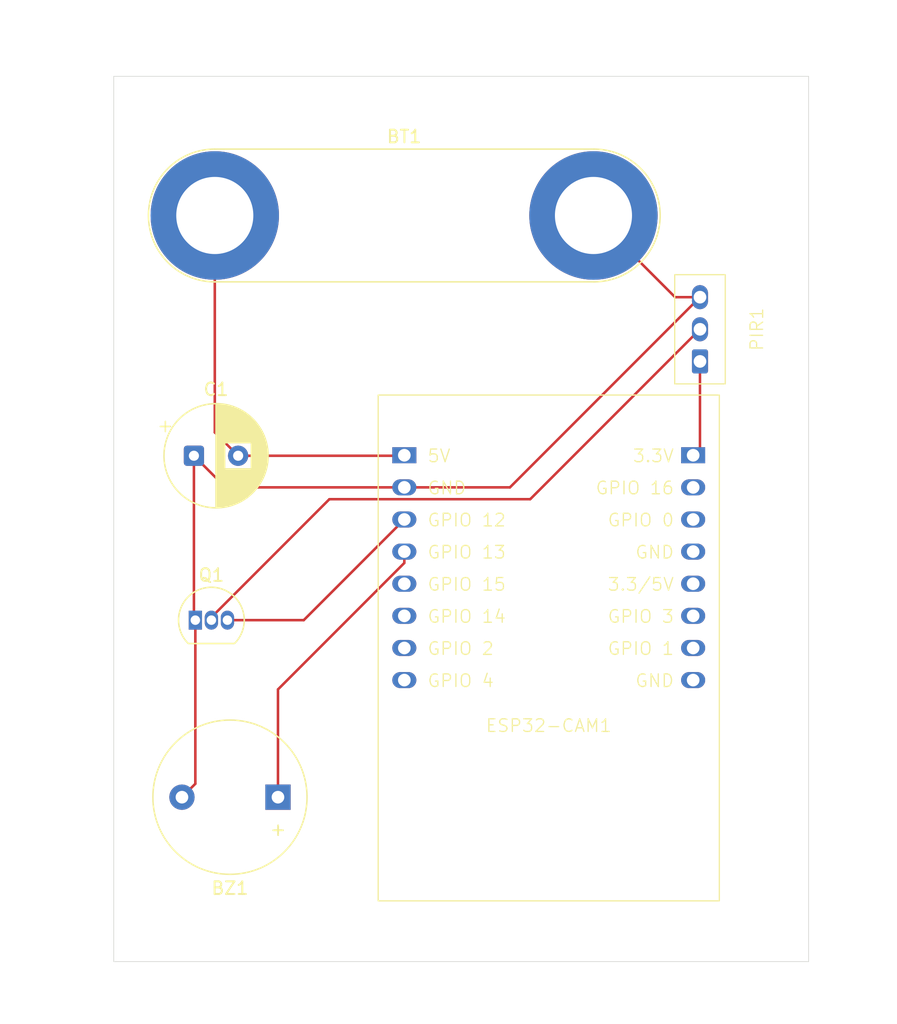
<source format=kicad_pcb>
(kicad_pcb (version 20241229) (generator "pcbnew") (generator_version "9.0")
  (layers (0 "F.Cu" signal) (2 "B.Cu" signal) (13 "F.Paste" user) (15 "B.Paste" user) (5 "F.SilkS" user "F.Silkscreen") (7 "B.SilkS" user "B.Silkscreen") (1 "F.Mask" user) (3 "B.Mask" user) (25 "Edge.Cuts" user))
  (net 0 "")
  (net 1 "GND")
  (net 2 "Net-(BZ1-+)")
  (net 3 "5V")
  (net 4 "Net-(PIR1-OUT)")
  (net 9 "Net-(ESP32-CAM1-GPIO_12)")
  (net 13 "3.3V")
  (footprint "Capacitor_THT:CP_Radial_D8.0mm_P3.50mm" (layer "F.Cu") (at 129.047349 91.7)
    (property "Reference" "C1" (at 1.75 -5.25 0) (layer "F.SilkS"))
    (property "Value" "C")
    (fp_line (start -2.659698 -2.315) (end -1.859698 -2.315) (stroke (width 0.12)) (layer "F.SilkS"))
    (fp_line (start -2.259698 -2.715) (end -2.259698 -1.915) (stroke (width 0.12)) (layer "F.SilkS"))
    (fp_line (start 1.75 -4.08) (end 1.75 4.08) (stroke (width 0.12)) (layer "F.SilkS"))
    (fp_line (start 1.79 -4.08) (end 1.79 4.08) (stroke (width 0.12)) (layer "F.SilkS"))
    (fp_line (start 1.83 -4.079) (end 1.83 4.079) (stroke (width 0.12)) (layer "F.SilkS"))
    (fp_line (start 1.87 -4.078) (end 1.87 4.078) (stroke (width 0.12)) (layer "F.SilkS"))
    (fp_line (start 1.91 -4.077) (end 1.91 4.077) (stroke (width 0.12)) (layer "F.SilkS"))
    (fp_line (start 1.95 -4.075) (end 1.95 4.075) (stroke (width 0.12)) (layer "F.SilkS"))
    (fp_line (start 1.99 -4.073) (end 1.99 4.073) (stroke (width 0.12)) (layer "F.SilkS"))
    (fp_line (start 2.03 -4.07) (end 2.03 4.07) (stroke (width 0.12)) (layer "F.SilkS"))
    (fp_line (start 2.07 -4.068) (end 2.07 4.068) (stroke (width 0.12)) (layer "F.SilkS"))
    (fp_line (start 2.11 -4.064) (end 2.11 4.064) (stroke (width 0.12)) (layer "F.SilkS"))
    (fp_line (start 2.15 -4.061) (end 2.15 4.061) (stroke (width 0.12)) (layer "F.SilkS"))
    (fp_line (start 2.19 -4.056) (end 2.19 4.056) (stroke (width 0.12)) (layer "F.SilkS"))
    (fp_line (start 2.23 -4.052) (end 2.23 4.052) (stroke (width 0.12)) (layer "F.SilkS"))
    (fp_line (start 2.27 -4.047) (end 2.27 4.047) (stroke (width 0.12)) (layer "F.SilkS"))
    (fp_line (start 2.31 -4.042) (end 2.31 4.042) (stroke (width 0.12)) (layer "F.SilkS"))
    (fp_line (start 2.35 -4.036) (end 2.35 4.036) (stroke (width 0.12)) (layer "F.SilkS"))
    (fp_line (start 2.39 -4.03) (end 2.39 4.03) (stroke (width 0.12)) (layer "F.SilkS"))
    (fp_line (start 2.43 -4.023) (end 2.43 4.023) (stroke (width 0.12)) (layer "F.SilkS"))
    (fp_line (start 2.47 -4.017) (end 2.47 -1.04) (stroke (width 0.12)) (layer "F.SilkS"))
    (fp_line (start 2.47 1.04) (end 2.47 4.017) (stroke (width 0.12)) (layer "F.SilkS"))
    (fp_line (start 2.51 -4.009) (end 2.51 -1.04) (stroke (width 0.12)) (layer "F.SilkS"))
    (fp_line (start 2.51 1.04) (end 2.51 4.009) (stroke (width 0.12)) (layer "F.SilkS"))
    (fp_line (start 2.55 -4.002) (end 2.55 -1.04) (stroke (width 0.12)) (layer "F.SilkS"))
    (fp_line (start 2.55 1.04) (end 2.55 4.002) (stroke (width 0.12)) (layer "F.SilkS"))
    (fp_line (start 2.59 -3.993) (end 2.59 -1.04) (stroke (width 0.12)) (layer "F.SilkS"))
    (fp_line (start 2.59 1.04) (end 2.59 3.993) (stroke (width 0.12)) (layer "F.SilkS"))
    (fp_line (start 2.63 -3.985) (end 2.63 -1.04) (stroke (width 0.12)) (layer "F.SilkS"))
    (fp_line (start 2.63 1.04) (end 2.63 3.985) (stroke (width 0.12)) (layer "F.SilkS"))
    (fp_line (start 2.67 -3.976) (end 2.67 -1.04) (stroke (width 0.12)) (layer "F.SilkS"))
    (fp_line (start 2.67 1.04) (end 2.67 3.976) (stroke (width 0.12)) (layer "F.SilkS"))
    (fp_line (start 2.71 -3.967) (end 2.71 -1.04) (stroke (width 0.12)) (layer "F.SilkS"))
    (fp_line (start 2.71 1.04) (end 2.71 3.967) (stroke (width 0.12)) (layer "F.SilkS"))
    (fp_line (start 2.75 -3.957) (end 2.75 -1.04) (stroke (width 0.12)) (layer "F.SilkS"))
    (fp_line (start 2.75 1.04) (end 2.75 3.957) (stroke (width 0.12)) (layer "F.SilkS"))
    (fp_line (start 2.79 -3.947) (end 2.79 -1.04) (stroke (width 0.12)) (layer "F.SilkS"))
    (fp_line (start 2.79 1.04) (end 2.79 3.947) (stroke (width 0.12)) (layer "F.SilkS"))
    (fp_line (start 2.83 -3.936) (end 2.83 -1.04) (stroke (width 0.12)) (layer "F.SilkS"))
    (fp_line (start 2.83 1.04) (end 2.83 3.936) (stroke (width 0.12)) (layer "F.SilkS"))
    (fp_line (start 2.87 -3.925) (end 2.87 -1.04) (stroke (width 0.12)) (layer "F.SilkS"))
    (fp_line (start 2.87 1.04) (end 2.87 3.925) (stroke (width 0.12)) (layer "F.SilkS"))
    (fp_line (start 2.91 -3.913) (end 2.91 -1.04) (stroke (width 0.12)) (layer "F.SilkS"))
    (fp_line (start 2.91 1.04) (end 2.91 3.913) (stroke (width 0.12)) (layer "F.SilkS"))
    (fp_line (start 2.95 -3.901) (end 2.95 -1.04) (stroke (width 0.12)) (layer "F.SilkS"))
    (fp_line (start 2.95 1.04) (end 2.95 3.901) (stroke (width 0.12)) (layer "F.SilkS"))
    (fp_line (start 2.99 -3.889) (end 2.99 -1.04) (stroke (width 0.12)) (layer "F.SilkS"))
    (fp_line (start 2.99 1.04) (end 2.99 3.889) (stroke (width 0.12)) (layer "F.SilkS"))
    (fp_line (start 3.03 -3.876) (end 3.03 -1.04) (stroke (width 0.12)) (layer "F.SilkS"))
    (fp_line (start 3.03 1.04) (end 3.03 3.876) (stroke (width 0.12)) (layer "F.SilkS"))
    (fp_line (start 3.07 -3.863) (end 3.07 -1.04) (stroke (width 0.12)) (layer "F.SilkS"))
    (fp_line (start 3.07 1.04) (end 3.07 3.863) (stroke (width 0.12)) (layer "F.SilkS"))
    (fp_line (start 3.11 -3.849) (end 3.11 -1.04) (stroke (width 0.12)) (layer "F.SilkS"))
    (fp_line (start 3.11 1.04) (end 3.11 3.849) (stroke (width 0.12)) (layer "F.SilkS"))
    (fp_line (start 3.15 -3.835) (end 3.15 -1.04) (stroke (width 0.12)) (layer "F.SilkS"))
    (fp_line (start 3.15 1.04) (end 3.15 3.835) (stroke (width 0.12)) (layer "F.SilkS"))
    (fp_line (start 3.19 -3.82) (end 3.19 -1.04) (stroke (width 0.12)) (layer "F.SilkS"))
    (fp_line (start 3.19 1.04) (end 3.19 3.82) (stroke (width 0.12)) (layer "F.SilkS"))
    (fp_line (start 3.23 -3.805) (end 3.23 -1.04) (stroke (width 0.12)) (layer "F.SilkS"))
    (fp_line (start 3.23 1.04) (end 3.23 3.805) (stroke (width 0.12)) (layer "F.SilkS"))
    (fp_line (start 3.27 -3.789) (end 3.27 -1.04) (stroke (width 0.12)) (layer "F.SilkS"))
    (fp_line (start 3.27 1.04) (end 3.27 3.789) (stroke (width 0.12)) (layer "F.SilkS"))
    (fp_line (start 3.31 -3.773) (end 3.31 -1.04) (stroke (width 0.12)) (layer "F.SilkS"))
    (fp_line (start 3.31 1.04) (end 3.31 3.773) (stroke (width 0.12)) (layer "F.SilkS"))
    (fp_line (start 3.35 -3.757) (end 3.35 -1.04) (stroke (width 0.12)) (layer "F.SilkS"))
    (fp_line (start 3.35 1.04) (end 3.35 3.757) (stroke (width 0.12)) (layer "F.SilkS"))
    (fp_line (start 3.39 -3.74) (end 3.39 -1.04) (stroke (width 0.12)) (layer "F.SilkS"))
    (fp_line (start 3.39 1.04) (end 3.39 3.74) (stroke (width 0.12)) (layer "F.SilkS"))
    (fp_line (start 3.43 -3.722) (end 3.43 -1.04) (stroke (width 0.12)) (layer "F.SilkS"))
    (fp_line (start 3.43 1.04) (end 3.43 3.722) (stroke (width 0.12)) (layer "F.SilkS"))
    (fp_line (start 3.47 -3.704) (end 3.47 -1.04) (stroke (width 0.12)) (layer "F.SilkS"))
    (fp_line (start 3.47 1.04) (end 3.47 3.704) (stroke (width 0.12)) (layer "F.SilkS"))
    (fp_line (start 3.51 -3.685) (end 3.51 -1.04) (stroke (width 0.12)) (layer "F.SilkS"))
    (fp_line (start 3.51 1.04) (end 3.51 3.685) (stroke (width 0.12)) (layer "F.SilkS"))
    (fp_line (start 3.55 -3.666) (end 3.55 -1.04) (stroke (width 0.12)) (layer "F.SilkS"))
    (fp_line (start 3.55 1.04) (end 3.55 3.666) (stroke (width 0.12)) (layer "F.SilkS"))
    (fp_line (start 3.59 -3.646) (end 3.59 -1.04) (stroke (width 0.12)) (layer "F.SilkS"))
    (fp_line (start 3.59 1.04) (end 3.59 3.646) (stroke (width 0.12)) (layer "F.SilkS"))
    (fp_line (start 3.63 -3.626) (end 3.63 -1.04) (stroke (width 0.12)) (layer "F.SilkS"))
    (fp_line (start 3.63 1.04) (end 3.63 3.626) (stroke (width 0.12)) (layer "F.SilkS"))
    (fp_line (start 3.67 -3.605) (end 3.67 -1.04) (stroke (width 0.12)) (layer "F.SilkS"))
    (fp_line (start 3.67 1.04) (end 3.67 3.605) (stroke (width 0.12)) (layer "F.SilkS"))
    (fp_line (start 3.71 -3.584) (end 3.71 -1.04) (stroke (width 0.12)) (layer "F.SilkS"))
    (fp_line (start 3.71 1.04) (end 3.71 3.584) (stroke (width 0.12)) (layer "F.SilkS"))
    (fp_line (start 3.75 -3.562) (end 3.75 -1.04) (stroke (width 0.12)) (layer "F.SilkS"))
    (fp_line (start 3.75 1.04) (end 3.75 3.562) (stroke (width 0.12)) (layer "F.SilkS"))
    (fp_line (start 3.79 -3.539) (end 3.79 -1.04) (stroke (width 0.12)) (layer "F.SilkS"))
    (fp_line (start 3.79 1.04) (end 3.79 3.539) (stroke (width 0.12)) (layer "F.SilkS"))
    (fp_line (start 3.83 -3.516) (end 3.83 -1.04) (stroke (width 0.12)) (layer "F.SilkS"))
    (fp_line (start 3.83 1.04) (end 3.83 3.516) (stroke (width 0.12)) (layer "F.SilkS"))
    (fp_line (start 3.87 -3.493) (end 3.87 -1.04) (stroke (width 0.12)) (layer "F.SilkS"))
    (fp_line (start 3.87 1.04) (end 3.87 3.493) (stroke (width 0.12)) (layer "F.SilkS"))
    (fp_line (start 3.91 -3.468) (end 3.91 -1.04) (stroke (width 0.12)) (layer "F.SilkS"))
    (fp_line (start 3.91 1.04) (end 3.91 3.468) (stroke (width 0.12)) (layer "F.SilkS"))
    (fp_line (start 3.95 -3.443) (end 3.95 -1.04) (stroke (width 0.12)) (layer "F.SilkS"))
    (fp_line (start 3.95 1.04) (end 3.95 3.443) (stroke (width 0.12)) (layer "F.SilkS"))
    (fp_line (start 3.99 -3.418) (end 3.99 -1.04) (stroke (width 0.12)) (layer "F.SilkS"))
    (fp_line (start 3.99 1.04) (end 3.99 3.418) (stroke (width 0.12)) (layer "F.SilkS"))
    (fp_line (start 4.03 -3.392) (end 4.03 -1.04) (stroke (width 0.12)) (layer "F.SilkS"))
    (fp_line (start 4.03 1.04) (end 4.03 3.392) (stroke (width 0.12)) (layer "F.SilkS"))
    (fp_line (start 4.07 -3.365) (end 4.07 -1.04) (stroke (width 0.12)) (layer "F.SilkS"))
    (fp_line (start 4.07 1.04) (end 4.07 3.365) (stroke (width 0.12)) (layer "F.SilkS"))
    (fp_line (start 4.11 -3.337) (end 4.11 -1.04) (stroke (width 0.12)) (layer "F.SilkS"))
    (fp_line (start 4.11 1.04) (end 4.11 3.337) (stroke (width 0.12)) (layer "F.SilkS"))
    (fp_line (start 4.15 -3.309) (end 4.15 -1.04) (stroke (width 0.12)) (layer "F.SilkS"))
    (fp_line (start 4.15 1.04) (end 4.15 3.309) (stroke (width 0.12)) (layer "F.SilkS"))
    (fp_line (start 4.19 -3.28) (end 4.19 -1.04) (stroke (width 0.12)) (layer "F.SilkS"))
    (fp_line (start 4.19 1.04) (end 4.19 3.28) (stroke (width 0.12)) (layer "F.SilkS"))
    (fp_line (start 4.23 -3.25) (end 4.23 -1.04) (stroke (width 0.12)) (layer "F.SilkS"))
    (fp_line (start 4.23 1.04) (end 4.23 3.25) (stroke (width 0.12)) (layer "F.SilkS"))
    (fp_line (start 4.27 -3.219) (end 4.27 -1.04) (stroke (width 0.12)) (layer "F.SilkS"))
    (fp_line (start 4.27 1.04) (end 4.27 3.219) (stroke (width 0.12)) (layer "F.SilkS"))
    (fp_line (start 4.31 -3.188) (end 4.31 -1.04) (stroke (width 0.12)) (layer "F.SilkS"))
    (fp_line (start 4.31 1.04) (end 4.31 3.188) (stroke (width 0.12)) (layer "F.SilkS"))
    (fp_line (start 4.35 -3.156) (end 4.35 -1.04) (stroke (width 0.12)) (layer "F.SilkS"))
    (fp_line (start 4.35 1.04) (end 4.35 3.156) (stroke (width 0.12)) (layer "F.SilkS"))
    (fp_line (start 4.39 -3.123) (end 4.39 -1.04) (stroke (width 0.12)) (layer "F.SilkS"))
    (fp_line (start 4.39 1.04) (end 4.39 3.123) (stroke (width 0.12)) (layer "F.SilkS"))
    (fp_line (start 4.43 -3.089) (end 4.43 -1.04) (stroke (width 0.12)) (layer "F.SilkS"))
    (fp_line (start 4.43 1.04) (end 4.43 3.089) (stroke (width 0.12)) (layer "F.SilkS"))
    (fp_line (start 4.47 -3.055) (end 4.47 -1.04) (stroke (width 0.12)) (layer "F.SilkS"))
    (fp_line (start 4.47 1.04) (end 4.47 3.055) (stroke (width 0.12)) (layer "F.SilkS"))
    (fp_line (start 4.51 -3.019) (end 4.51 -1.04) (stroke (width 0.12)) (layer "F.SilkS"))
    (fp_line (start 4.51 1.04) (end 4.51 3.019) (stroke (width 0.12)) (layer "F.SilkS"))
    (fp_line (start 4.55 -2.982) (end 4.55 2.982) (stroke (width 0.12)) (layer "F.SilkS"))
    (fp_line (start 4.59 -2.945) (end 4.59 2.945) (stroke (width 0.12)) (layer "F.SilkS"))
    (fp_line (start 4.63 -2.906) (end 4.63 2.906) (stroke (width 0.12)) (layer "F.SilkS"))
    (fp_line (start 4.67 -2.867) (end 4.67 2.867) (stroke (width 0.12)) (layer "F.SilkS"))
    (fp_line (start 4.71 -2.826) (end 4.71 2.826) (stroke (width 0.12)) (layer "F.SilkS"))
    (fp_line (start 4.75 -2.784) (end 4.75 2.784) (stroke (width 0.12)) (layer "F.SilkS"))
    (fp_line (start 4.79 -2.741) (end 4.79 2.741) (stroke (width 0.12)) (layer "F.SilkS"))
    (fp_line (start 4.83 -2.696) (end 4.83 2.696) (stroke (width 0.12)) (layer "F.SilkS"))
    (fp_line (start 4.87 -2.651) (end 4.87 2.651) (stroke (width 0.12)) (layer "F.SilkS"))
    (fp_line (start 4.91 -2.604) (end 4.91 2.604) (stroke (width 0.12)) (layer "F.SilkS"))
    (fp_line (start 4.95 -2.555) (end 4.95 2.555) (stroke (width 0.12)) (layer "F.SilkS"))
    (fp_line (start 4.99 -2.505) (end 4.99 2.505) (stroke (width 0.12)) (layer "F.SilkS"))
    (fp_line (start 5.03 -2.453) (end 5.03 2.453) (stroke (width 0.12)) (layer "F.SilkS"))
    (fp_line (start 5.07 -2.4) (end 5.07 2.4) (stroke (width 0.12)) (layer "F.SilkS"))
    (fp_line (start 5.11 -2.344) (end 5.11 2.344) (stroke (width 0.12)) (layer "F.SilkS"))
    (fp_line (start 5.15 -2.287) (end 5.15 2.287) (stroke (width 0.12)) (layer "F.SilkS"))
    (fp_line (start 5.19 -2.227) (end 5.19 2.227) (stroke (width 0.12)) (layer "F.SilkS"))
    (fp_line (start 5.23 -2.165) (end 5.23 2.165) (stroke (width 0.12)) (layer "F.SilkS"))
    (fp_line (start 5.27 -2.101) (end 5.27 2.101) (stroke (width 0.12)) (layer "F.SilkS"))
    (fp_line (start 5.31 -2.034) (end 5.31 2.034) (stroke (width 0.12)) (layer "F.SilkS"))
    (fp_line (start 5.35 -1.964) (end 5.35 1.964) (stroke (width 0.12)) (layer "F.SilkS"))
    (fp_line (start 5.39 -1.89) (end 5.39 1.89) (stroke (width 0.12)) (layer "F.SilkS"))
    (fp_line (start 5.43 -1.813) (end 5.43 1.813) (stroke (width 0.12)) (layer "F.SilkS"))
    (fp_line (start 5.47 -1.731) (end 5.47 1.731) (stroke (width 0.12)) (layer "F.SilkS"))
    (fp_line (start 5.51 -1.644) (end 5.51 1.644) (stroke (width 0.12)) (layer "F.SilkS"))
    (fp_line (start 5.55 -1.552) (end 5.55 1.552) (stroke (width 0.12)) (layer "F.SilkS"))
    (fp_line (start 5.59 -1.453) (end 5.59 1.453) (stroke (width 0.12)) (layer "F.SilkS"))
    (fp_line (start 5.63 -1.346) (end 5.63 1.346) (stroke (width 0.12)) (layer "F.SilkS"))
    (fp_line (start 5.67 -1.228) (end 5.67 1.228) (stroke (width 0.12)) (layer "F.SilkS"))
    (fp_line (start 5.71 -1.097) (end 5.71 1.097) (stroke (width 0.12)) (layer "F.SilkS"))
    (fp_line (start 5.75 -0.947) (end 5.75 0.947) (stroke (width 0.12)) (layer "F.SilkS"))
    (fp_line (start 5.79 -0.768) (end 5.79 0.768) (stroke (width 0.12)) (layer "F.SilkS"))
    (fp_line (start 5.83 -0.533) (end 5.83 0.533) (stroke (width 0.12)) (layer "F.SilkS"))
    (fp_circle (center 1.75 0) (end 5.87 0) (stroke (width 0.12)) (fill no) (layer "F.SilkS"))
    (pad "1" thru_hole roundrect (at 0 0) (size 1.6 1.6) (drill 0.8) (layers "*.Cu" "*.Mask") (roundrect_rratio 0.15625) (net 1 "GND"))
    (pad "2" thru_hole circle (at 3.5 0) (size 1.6 1.6) (drill 0.8) (layers "*.Cu" "*.Mask") (net 3 "5V"))
  )
  (footprint "Buzzer_Beeper:Buzzer_12x9.5RM7.6" (layer "F.Cu") (at 135.7 118.7 180)
    (property "Reference" "BZ1" (at 3.8 -7.2 0) (layer "F.SilkS"))
    (property "Value" "Buzzer")
    (fp_circle (center 3.8 0) (end 9.9 0) (stroke (width 0.12)) (fill no) (layer "F.SilkS"))
    (fp_text user "+" (at -0.01 -2.54 0) (layer "F.SilkS"))
    (pad "1" thru_hole rect (at 0 0 180) (size 2 2) (drill 1) (layers "*.Cu" "*.Mask") (net 2 "Net-(BZ1-+)"))
    (pad "2" thru_hole circle (at 7.6 0 180) (size 2 2) (drill 1) (layers "*.Cu" "*.Mask") (net 1 "GND"))
  )
  (footprint "RF_Module:ESP32_CAM" (layer "F.Cu") (at 157.13 106.9)
    (property "Reference" "ESP32-CAM1" (at 0 6.144 0) (layer "F.SilkS") (effects (font (thickness 0.1))))
    (property "Value" "~")
    (fp_rect (start -13.5 -20) (end 13.5 20) (stroke (width 0.1)) (fill no) (layer "F.SilkS"))
    (fp_text user "5V" (at -9.652 -14.605 0) (layer "F.SilkS") (effects (font (thickness 0.1)) (justify left bottom)))
    (fp_text user "3.3V" (at 6.604 -14.605 0) (layer "F.SilkS") (effects (font (thickness 0.1)) (justify left bottom)))
    (fp_text user "GND" (at 6.794476 -6.985 0) (layer "F.SilkS") (effects (font (thickness 0.1)) (justify left bottom)))
    (fp_text user "GPIO 4" (at -9.652 3.175 0) (layer "F.SilkS") (effects (font (thickness 0.1)) (justify left bottom)))
    (fp_text user "GPIO 12" (at -9.652 -9.525 0) (layer "F.SilkS") (effects (font (thickness 0.1)) (justify left bottom)))
    (fp_text user "GPIO 16" (at 3.651619 -12.065 0) (layer "F.SilkS") (effects (font (thickness 0.1)) (justify left bottom)))
    (fp_text user "GPIO 14" (at -9.652 -1.905 0) (layer "F.SilkS") (effects (font (thickness 0.1)) (justify left bottom)))
    (fp_text user "GPIO 2" (at -9.652 0.635 0) (layer "F.SilkS") (effects (font (thickness 0.1)) (justify left bottom)))
    (fp_text user "GND" (at -9.652 -12.065 0) (layer "F.SilkS") (effects (font (thickness 0.1)) (justify left bottom)))
    (fp_text user "GPIO 15" (at -9.652 -4.445 0) (layer "F.SilkS") (effects (font (thickness 0.1)) (justify left bottom)))
    (fp_text user "GND" (at 6.794476 3.175 0) (layer "F.SilkS") (effects (font (thickness 0.1)) (justify left bottom)))
    (fp_text user "GPIO 1" (at 4.604 0.635 0) (layer "F.SilkS") (effects (font (thickness 0.1)) (justify left bottom)))
    (fp_text user "GPIO 3" (at 4.604 -1.905 0) (layer "F.SilkS") (effects (font (thickness 0.1)) (justify left bottom)))
    (fp_text user "GPIO 0" (at 4.604 -9.525 0) (layer "F.SilkS") (effects (font (thickness 0.1)) (justify left bottom)))
    (fp_text user "GPIO 13" (at -9.652 -6.985 0) (layer "F.SilkS") (effects (font (thickness 0.1)) (justify left bottom)))
    (fp_text user "3.3/5V" (at 4.604 -4.445 0) (layer "F.SilkS") (effects (font (thickness 0.1)) (justify left bottom)))
    (pad "1" thru_hole rect (at -11.43 -15.24) (size 1.905 1.27) (drill 1) (layers "*.Cu" "*.Mask") (net 3 "5V"))
    (pad "2" thru_hole oval (at -11.43 -12.7) (size 1.905 1.27) (drill 1) (layers "*.Cu" "*.Mask") (net 1 "GND"))
    (pad "3" thru_hole oval (at -11.43 -10.16) (size 1.905 1.27) (drill 1) (layers "*.Cu" "*.Mask") (net 9 "Net-(ESP32-CAM1-GPIO_12)"))
    (pad "4" thru_hole oval (at -11.43 -7.62) (size 1.905 1.27) (drill 1) (layers "*.Cu" "*.Mask") (net 2 "Net-(BZ1-+)"))
    (pad "5" thru_hole oval (at -11.43 -5.08) (size 1.905 1.27) (drill 1) (layers "*.Cu" "*.Mask"))
    (pad "6" thru_hole oval (at -11.43 -2.54) (size 1.905 1.27) (drill 1) (layers "*.Cu" "*.Mask"))
    (pad "7" thru_hole oval (at -11.43 0) (size 1.905 1.27) (drill 1) (layers "*.Cu" "*.Mask"))
    (pad "8" thru_hole oval (at -11.43 2.54) (size 1.905 1.27) (drill 1) (layers "*.Cu" "*.Mask"))
    (pad "9" thru_hole rect (at 11.43 -15.24) (size 1.905 1.27) (drill 1) (layers "*.Cu" "*.Mask") (net 13 "3.3V"))
    (pad "10" thru_hole oval (at 11.43 -12.7) (size 1.905 1.27) (drill 1) (layers "*.Cu" "*.Mask"))
    (pad "11" thru_hole oval (at 11.43 -10.16) (size 1.905 1.27) (drill 1) (layers "*.Cu" "*.Mask"))
    (pad "12" thru_hole oval (at 11.43 -7.62) (size 1.905 1.27) (drill 1) (layers "*.Cu" "*.Mask"))
    (pad "13" thru_hole oval (at 11.43 -5.08) (size 1.905 1.27) (drill 1) (layers "*.Cu" "*.Mask"))
    (pad "14" thru_hole oval (at 11.43 -2.54) (size 1.905 1.27) (drill 1) (layers "*.Cu" "*.Mask"))
    (pad "15" thru_hole oval (at 11.43 0) (size 1.905 1.27) (drill 1) (layers "*.Cu" "*.Mask"))
    (pad "16" thru_hole oval (at 11.43 2.54) (size 1.905 1.27) (drill 1) (layers "*.Cu" "*.Mask"))
  )
  (footprint "Sensor_Motion:PIR_SENSOR" (layer "F.Cu") (at 174.1 81.7 90)
    (property "Reference" "PIR1" (at 0 -0.5 90) (layer "F.SilkS") (effects (font (thickness 0.1))))
    (property "Value" "~")
    (fp_rect (start -4.3175 -7) (end 4.3175 -3) (stroke (width 0.1)) (fill no) (layer "F.SilkS"))
    (pad "1" thru_hole roundrect (at -2.54 -5 90) (size 1.905 1.27) (drill 1) (layers "*.Cu" "*.Mask") (roundrect_rratio 0.15) (net 13 "3.3V"))
    (pad "2" thru_hole oval (at 0 -5 90) (size 1.905 1.27) (drill 1) (layers "*.Cu" "*.Mask") (net 4 "Net-(PIR1-OUT)"))
    (pad "3" thru_hole oval (at 2.54 -5 90) (size 1.905 1.27) (drill 1) (layers "*.Cu" "*.Mask") (net 1 "GND"))
  )
  (footprint "Connector:Banana_Jack_2Pin" (layer "F.Cu") (at 130.7 72.7)
    (property "Reference" "BT1" (at 14.985 -6.24 0) (layer "F.SilkS"))
    (property "Value" "5V")
    (fp_line (start 0 5.25) (end 30 5.25) (stroke (width 0.12)) (layer "F.SilkS"))
    (fp_line (start 30 -5.25) (end 0 -5.25) (stroke (width 0.12)) (layer "F.SilkS"))
    (fp_arc (start 0 5.25) (mid -5.25 0) (end 0 -5.25) (stroke (width 0.12)) (layer "F.SilkS"))
    (fp_arc (start 30 -5.25) (mid 35.25 0) (end 30 5.25) (stroke (width 0.12)) (layer "F.SilkS"))
    (pad "1" thru_hole circle (at 0 0) (size 10.16 10.16) (drill 6.1) (layers "*.Cu" "*.Mask") (net 3 "5V"))
    (pad "2" thru_hole circle (at 29.97 0) (size 10.16 10.16) (drill 6.1) (layers "*.Cu" "*.Mask") (net 1 "GND"))
  )
  (footprint "Package_TO_SOT_THT:TO-92_Inline" (layer "F.Cu") (at 129.16 104.7)
    (property "Reference" "Q1" (at 1.27 -3.56 0) (layer "F.SilkS"))
    (property "Value" "BJT1")
    (fp_line (start -0.53 1.85) (end 3.07 1.85) (stroke (width 0.12)) (layer "F.SilkS"))
    (fp_arc (start -0.568478 1.838478) (mid -1.132087 -0.994977) (end 1.27 -2.6) (stroke (width 0.12)) (layer "F.SilkS"))
    (fp_arc (start 1.27 -2.6) (mid 3.672087 -0.994977) (end 3.108478 1.838478) (stroke (width 0.12)) (layer "F.SilkS"))
    (pad "1" thru_hole rect (at 0 0) (size 1.05 1.5) (drill 0.75) (layers "*.Cu" "*.Mask") (net 1 "GND"))
    (pad "2" thru_hole oval (at 1.27 0) (size 1.05 1.5) (drill 0.75) (layers "*.Cu" "*.Mask") (net 4 "Net-(PIR1-OUT)"))
    (pad "3" thru_hole oval (at 2.54 0) (size 1.05 1.5) (drill 0.75) (layers "*.Cu" "*.Mask") (net 9 "Net-(ESP32-CAM1-GPIO_12)"))
  )
  (gr_line (start 122.7 61.7) (end 122.7 131.7) (stroke (width 0.05)) (layer "Edge.Cuts"))
  (gr_line (start 177.7 61.7) (end 122.7 61.7) (stroke (width 0.05)) (layer "Edge.Cuts"))
  (gr_line (start 177.7 131.7) (end 177.7 61.7) (stroke (width 0.05)) (layer "Edge.Cuts"))
  (gr_line (start 122.7 131.7) (end 177.7 131.7) (stroke (width 0.05)) (layer "Edge.Cuts"))
  (segment (start 129.16 104.7) (end 129.16 117.64) (width 0.2) (layer "F.Cu") (net 1))
  (segment (start 145.7 94.2) (end 154.06 94.2) (width 0.2) (layer "F.Cu") (net 1))
  (segment (start 129.047349 91.7) (end 129.047349 104.587349) (width 0.2) (layer "F.Cu") (net 1))
  (segment (start 129.16 117.64) (end 128.1 118.7) (width 0.2) (layer "F.Cu") (net 1))
  (segment (start 167.13 79.16) (end 160.67 72.7) (width 0.2) (layer "F.Cu") (net 1))
  (segment (start 169.1 79.16) (end 167.13 79.16) (width 0.2) (layer "F.Cu") (net 1))
  (segment (start 131.547349 94.2) (end 145.7 94.2) (width 0.2) (layer "F.Cu") (net 1))
  (segment (start 154.06 94.2) (end 169.1 79.16) (width 0.2) (layer "F.Cu") (net 1))
  (segment (start 129.047349 104.587349) (end 129.16 104.7) (width 0.2) (layer "F.Cu") (net 1))
  (segment (start 129.047349 91.7) (end 131.547349 94.2) (width 0.2) (layer "F.Cu") (net 1))
  (segment (start 135.7 118.7) (end 135.7 110.178796) (width 0.2) (layer "F.Cu") (net 2))
  (segment (start 135.7 110.178796) (end 145.7 100.178796) (width 0.2) (layer "F.Cu") (net 2))
  (segment (start 145.7 100.178796) (end 145.7 99.28) (width 0.2) (layer "F.Cu") (net 2))
  (segment (start 130.7 89.852651) (end 132.547349 91.7) (width 0.2) (layer "F.Cu") (net 3))
  (segment (start 132.547349 91.7) (end 145.66 91.7) (width 0.2) (layer "F.Cu") (net 3))
  (segment (start 145.66 91.7) (end 145.7 91.66) (width 0.2) (layer "F.Cu") (net 3))
  (segment (start 130.7 72.7) (end 130.7 89.852651) (width 0.2) (layer "F.Cu") (net 3))
  (segment (start 155.664 95.136) (end 169.1 81.7) (width 0.2) (layer "F.Cu") (net 4))
  (segment (start 139.769 95.136) (end 155.664 95.136) (width 0.2) (layer "F.Cu") (net 4))
  (segment (start 130.43 104.7) (end 130.43 104.475) (width 0.2) (layer "F.Cu") (net 4))
  (segment (start 130.43 104.475) (end 139.769 95.136) (width 0.2) (layer "F.Cu") (net 4))
  (segment (start 131.7 104.7) (end 137.74 104.7) (width 0.2) (layer "F.Cu") (net 9))
  (segment (start 137.74 104.7) (end 145.7 96.74) (width 0.2) (layer "F.Cu") (net 9))
  (segment (start 169.1 91.12) (end 168.56 91.66) (width 0.2) (layer "F.Cu") (net 13))
  (segment (start 169.1 84.24) (end 169.1 91.12) (width 0.2) (layer "F.Cu") (net 13))
)
</source>
